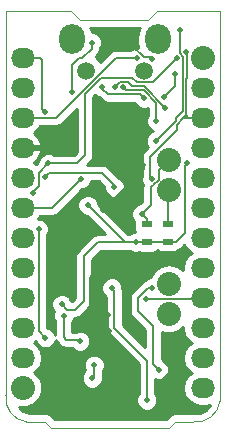
<source format=gbl>
G04 #@! TF.FileFunction,Copper,L2,Bot,Signal*
%FSLAX46Y46*%
G04 Gerber Fmt 4.6, Leading zero omitted, Abs format (unit mm)*
G04 Created by KiCad (PCBNEW 4.0.1-stable) date 29-Sep-16 12:15:53 PM*
%MOMM*%
G01*
G04 APERTURE LIST*
%ADD10C,0.150000*%
%ADD11C,0.100000*%
%ADD12C,2.032000*%
%ADD13O,2.032000X2.032000*%
%ADD14R,0.900000X0.500000*%
%ADD15C,1.500000*%
%ADD16O,2.200000X2.500000*%
%ADD17O,2.032000X1.727200*%
%ADD18C,0.500000*%
%ADD19C,0.130000*%
%ADD20C,0.161000*%
%ADD21C,0.254000*%
G04 APERTURE END LIST*
D10*
D11*
X169748200Y-123545600D02*
X169748200Y-90500200D01*
X151648400Y-123076200D02*
G75*
G03X153398400Y-125326200I2000000J-250000D01*
G01*
X154923800Y-125326200D02*
X153423800Y-125326200D01*
X155423800Y-125826200D02*
X154923800Y-125326200D01*
X165449200Y-125826200D02*
X155449200Y-125826200D01*
X165974600Y-125326200D02*
X165474600Y-125826200D01*
X167474600Y-125326200D02*
X165974600Y-125326200D01*
X151650700Y-90487500D02*
X151650700Y-123075700D01*
X151648400Y-90500000D02*
X157148400Y-90500000D01*
X157173800Y-90500000D02*
X157923800Y-91250000D01*
X164449200Y-90500000D02*
X163699200Y-91250000D01*
X164439600Y-90500200D02*
X169748200Y-90500200D01*
X163699200Y-91250000D02*
X157949200Y-91250000D01*
X167500000Y-125326200D02*
G75*
G03X169750000Y-123576200I250000J2000000D01*
G01*
D12*
X165455600Y-116154200D03*
D13*
X165455600Y-113614200D03*
D12*
X165455600Y-105689400D03*
D13*
X165455600Y-103149400D03*
D14*
X163550600Y-108597000D03*
X163550600Y-110097000D03*
X165354000Y-108571600D03*
X165354000Y-110071600D03*
D15*
X163300000Y-95575000D03*
D16*
X164500000Y-92925000D03*
D15*
X158450000Y-95575000D03*
D16*
X157250000Y-92925000D03*
D12*
X153050000Y-122425000D03*
D17*
X153050000Y-119885000D03*
X153050000Y-117345000D03*
X153050000Y-114805000D03*
X153050000Y-112265000D03*
X153050000Y-109725000D03*
X153050000Y-107185000D03*
X153050000Y-104645000D03*
X153050000Y-102105000D03*
X153050000Y-99565000D03*
X153050000Y-97025000D03*
X153050000Y-94485000D03*
D12*
X168300000Y-94500000D03*
D17*
X168300000Y-97040000D03*
X168300000Y-99580000D03*
X168300000Y-102120000D03*
X168300000Y-104660000D03*
X168300000Y-107200000D03*
X168300000Y-109740000D03*
X168300000Y-112280000D03*
X168300000Y-114820000D03*
X168300000Y-117360000D03*
X168300000Y-119900000D03*
X168300000Y-122440000D03*
D18*
X157911800Y-118491000D03*
X156540200Y-116306600D03*
X162661600Y-110109000D03*
X158572200Y-106984800D03*
X166979600Y-103428800D03*
X163347400Y-97917000D03*
X159791400Y-96977200D03*
X158953200Y-121615200D03*
X159131000Y-120523000D03*
X156387800Y-115366800D03*
X158800800Y-116408200D03*
X160324800Y-116255800D03*
X160350200Y-117576600D03*
X159588200Y-94335600D03*
X164033200Y-94564200D03*
X161823400Y-111429800D03*
X164998400Y-97840800D03*
X165989000Y-95859600D03*
X157200600Y-115011200D03*
X157556200Y-108254800D03*
X163245800Y-103530400D03*
X159867600Y-107391200D03*
X158343600Y-109067600D03*
X164566600Y-120878600D03*
X164007800Y-113944400D03*
X164007800Y-104775000D03*
X166928800Y-94030800D03*
X160604200Y-113969800D03*
X163576000Y-123469400D03*
X162763200Y-94513400D03*
X164363400Y-101498400D03*
X166420800Y-92125800D03*
X155244800Y-103428800D03*
X153898600Y-105892600D03*
X154406600Y-108991400D03*
X154990800Y-118211600D03*
X166116000Y-94538800D03*
X163474400Y-114935000D03*
X154940000Y-99085400D03*
X154965400Y-104546400D03*
X160832800Y-105435400D03*
X157988000Y-104724200D03*
X163144200Y-107696000D03*
X165150800Y-98729800D03*
X160858200Y-96977200D03*
X164388800Y-99847400D03*
X161518600Y-96977200D03*
X158902400Y-93218000D03*
X157276800Y-97409000D03*
D19*
X157911800Y-118491000D02*
X157784800Y-118364000D01*
X157784800Y-118364000D02*
X156743400Y-118364000D01*
X156743400Y-118364000D02*
X156540200Y-118160800D01*
X156540200Y-118160800D02*
X156540200Y-116306600D01*
X165328600Y-110097000D02*
X165354000Y-110071600D01*
X163550600Y-110097000D02*
X165328600Y-110097000D01*
X162673600Y-110097000D02*
X163550600Y-110097000D01*
X162661600Y-110109000D02*
X162673600Y-110097000D01*
X161684400Y-110097000D02*
X158572200Y-106984800D01*
X163550600Y-110097000D02*
X161684400Y-110097000D01*
X166979600Y-103428800D02*
X166801800Y-103606600D01*
X166801800Y-103606600D02*
X166801800Y-109321600D01*
X166801800Y-109321600D02*
X166051800Y-110071600D01*
X166051800Y-110071600D02*
X165354000Y-110071600D01*
D20*
X163347400Y-97917000D02*
X162991800Y-97561400D01*
X162991800Y-97561400D02*
X160248600Y-97561400D01*
X160248600Y-97561400D02*
X159791400Y-97104200D01*
X159791400Y-97104200D02*
X159791400Y-96977200D01*
D19*
X158953200Y-121615200D02*
X159131000Y-121437400D01*
X159131000Y-121437400D02*
X159131000Y-120523000D01*
X156387800Y-115366800D02*
X156845000Y-115824000D01*
X156845000Y-115824000D02*
X157505400Y-115824000D01*
X157505400Y-115824000D02*
X158216600Y-115112800D01*
X158216600Y-115112800D02*
X158216600Y-111302800D01*
X158216600Y-111302800D02*
X159410400Y-110109000D01*
X159410400Y-110109000D02*
X162661600Y-110109000D01*
X158800800Y-116408200D02*
X158953200Y-116255800D01*
X158953200Y-116255800D02*
X160324800Y-116255800D01*
X160350200Y-117576600D02*
X160324800Y-117551200D01*
X160324800Y-117551200D02*
X160324800Y-116255800D01*
X159588200Y-94335600D02*
X159588200Y-93599000D01*
X159588200Y-93599000D02*
X159740600Y-93446600D01*
X159740600Y-93446600D02*
X162331400Y-93446600D01*
X162331400Y-93446600D02*
X163322000Y-94437200D01*
X163322000Y-94437200D02*
X163906200Y-94437200D01*
X163906200Y-94437200D02*
X164033200Y-94564200D01*
X158800800Y-113080800D02*
X158800800Y-116408200D01*
X160528000Y-111353600D02*
X158800800Y-113080800D01*
X161747200Y-111353600D02*
X160528000Y-111353600D01*
X161823400Y-111429800D02*
X161747200Y-111353600D01*
X164998400Y-97840800D02*
X165989000Y-96850200D01*
X165989000Y-96850200D02*
X165989000Y-95859600D01*
X157200600Y-115011200D02*
X157556200Y-114655600D01*
X157556200Y-114655600D02*
X157556200Y-108254800D01*
X163245800Y-103530400D02*
X163347400Y-103632000D01*
X163347400Y-103632000D02*
X163347400Y-103886000D01*
X163347400Y-103886000D02*
X159867600Y-107365800D01*
X159867600Y-107365800D02*
X159867600Y-107391200D01*
X158343600Y-109067600D02*
X157556200Y-108280200D01*
X157556200Y-108280200D02*
X157556200Y-108254800D01*
X164566600Y-120878600D02*
X164134800Y-120446800D01*
X164134800Y-120446800D02*
X164134800Y-117221000D01*
X164134800Y-117221000D02*
X162814000Y-115900200D01*
X162814000Y-115900200D02*
X162814000Y-114782600D01*
X162814000Y-114782600D02*
X163652200Y-113944400D01*
X163652200Y-113944400D02*
X164007800Y-113944400D01*
X167030400Y-99580000D02*
X168300000Y-99580000D01*
X166852600Y-99580000D02*
X167030400Y-99580000D01*
X166662800Y-99580000D02*
X166852600Y-99580000D01*
X166090600Y-100152200D02*
X166662800Y-99580000D01*
X166090600Y-100634800D02*
X166090600Y-100152200D01*
X163830000Y-102895400D02*
X166090600Y-100634800D01*
X163830000Y-104597200D02*
X163830000Y-102895400D01*
X164007800Y-104775000D02*
X163830000Y-104597200D01*
X166903400Y-99390200D02*
X166903400Y-99580000D01*
X166903400Y-99618800D02*
X166864600Y-99580000D01*
X166852600Y-99593400D02*
X166852600Y-99580000D01*
X166864600Y-99581400D02*
X166852600Y-99593400D01*
X166864600Y-99580000D02*
X166864600Y-99581400D01*
X166903400Y-99580000D02*
X166903400Y-99618800D01*
X166903400Y-96266000D02*
X166903400Y-99390200D01*
X167005000Y-96164400D02*
X166903400Y-96266000D01*
X167005000Y-94107000D02*
X167005000Y-96164400D01*
X166928800Y-94030800D02*
X167005000Y-94107000D01*
X166903400Y-99339400D02*
X166903400Y-99390200D01*
X166878000Y-99364800D02*
X166903400Y-99339400D01*
X166662800Y-99580000D02*
X166878000Y-99364800D01*
X167093200Y-99580000D02*
X167042400Y-99580000D01*
X167042400Y-99580000D02*
X167030400Y-99568000D01*
X167030400Y-99568000D02*
X167030400Y-99580000D01*
X166878000Y-99364800D02*
X167093200Y-99580000D01*
X160604200Y-113969800D02*
X160832800Y-114198400D01*
X160832800Y-114198400D02*
X160832800Y-117398800D01*
X160832800Y-117398800D02*
X163576000Y-120142000D01*
X163576000Y-120142000D02*
X163576000Y-123469400D01*
X154943000Y-99565000D02*
X154946000Y-99568000D01*
X154946000Y-99568000D02*
X155879800Y-99568000D01*
X155879800Y-99568000D02*
X160934400Y-94513400D01*
X160934400Y-94513400D02*
X162763200Y-94513400D01*
X153050000Y-99565000D02*
X154943000Y-99565000D01*
X164363400Y-101498400D02*
X166065200Y-99796600D01*
X166065200Y-99796600D02*
X166065200Y-99542600D01*
X166065200Y-99542600D02*
X166598600Y-99009200D01*
X166598600Y-99009200D02*
X166598600Y-97332800D01*
X166598600Y-97332800D02*
X166649400Y-97282000D01*
X166649400Y-97282000D02*
X166649400Y-94386400D01*
X166649400Y-94386400D02*
X166370000Y-94107000D01*
X166370000Y-94107000D02*
X166370000Y-92176600D01*
X166370000Y-92176600D02*
X166420800Y-92125800D01*
X155244800Y-103428800D02*
X154406600Y-104267000D01*
X154406600Y-104267000D02*
X154406600Y-105359200D01*
X154406600Y-105359200D02*
X153898600Y-105867200D01*
X153898600Y-105867200D02*
X153898600Y-105892600D01*
X154406600Y-108991400D02*
X154432000Y-109016800D01*
X154432000Y-109016800D02*
X154432000Y-117652800D01*
X154432000Y-117652800D02*
X154990800Y-118211600D01*
X166116000Y-94538800D02*
X164084000Y-96570800D01*
X164084000Y-96570800D02*
X162737800Y-96570800D01*
X162737800Y-96570800D02*
X162331400Y-96164400D01*
X162331400Y-96164400D02*
X159715200Y-96164400D01*
X159715200Y-96164400D02*
X158343600Y-97536000D01*
X158343600Y-97536000D02*
X158343600Y-102743000D01*
X158343600Y-102743000D02*
X157657800Y-103428800D01*
X157657800Y-103428800D02*
X155244800Y-103428800D01*
D20*
X168235800Y-114884200D02*
X168300000Y-114820000D01*
X163474400Y-114935000D02*
X163525200Y-114884200D01*
X163525200Y-114884200D02*
X168235800Y-114884200D01*
D19*
X154505200Y-94485000D02*
X154686000Y-94665800D01*
X154686000Y-94665800D02*
X154686000Y-98831400D01*
X154686000Y-98831400D02*
X154940000Y-99085400D01*
X153050000Y-94485000D02*
X154505200Y-94485000D01*
D20*
X154965400Y-104546400D02*
X155270200Y-104241600D01*
X155270200Y-104241600D02*
X159791400Y-104241600D01*
X159791400Y-104241600D02*
X160832800Y-105283000D01*
X160832800Y-105283000D02*
X160832800Y-105435400D01*
D19*
X155527200Y-107185000D02*
X153050000Y-107185000D01*
X157988000Y-104724200D02*
X155527200Y-107185000D01*
X165354000Y-105791000D02*
X165455600Y-105689400D01*
X165354000Y-108571600D02*
X165354000Y-105791000D01*
X164592000Y-104013000D02*
X165455600Y-103149400D01*
X164592000Y-104800400D02*
X164592000Y-104013000D01*
X164134800Y-105257600D02*
X164592000Y-104800400D01*
X164109400Y-105257600D02*
X164134800Y-105257600D01*
X163906200Y-105460800D02*
X164109400Y-105257600D01*
X163906200Y-106934000D02*
X163906200Y-105460800D01*
X163144200Y-107696000D02*
X163906200Y-106934000D01*
X163550600Y-108102400D02*
X163144200Y-107696000D01*
X163550600Y-108597000D02*
X163550600Y-108102400D01*
X165150800Y-98729800D02*
X163347400Y-96875600D01*
X163347400Y-96875600D02*
X162331400Y-96875600D01*
X162331400Y-96875600D02*
X161975800Y-96520000D01*
X161975800Y-96520000D02*
X161315400Y-96520000D01*
X161315400Y-96520000D02*
X160858200Y-96977200D01*
X164388800Y-99847400D02*
X164363400Y-99822000D01*
X164363400Y-99822000D02*
X164363400Y-98272600D01*
X164363400Y-98272600D02*
X163322000Y-97231200D01*
X163322000Y-97231200D02*
X161772600Y-97231200D01*
X161772600Y-97231200D02*
X161518600Y-96977200D01*
X158902400Y-93218000D02*
X158902400Y-93751400D01*
X158902400Y-93751400D02*
X158115000Y-94538800D01*
X158115000Y-94538800D02*
X157810200Y-94538800D01*
X157810200Y-94538800D02*
X157276800Y-95072200D01*
X157276800Y-95072200D02*
X157276800Y-97409000D01*
D21*
G36*
X167055585Y-110799670D02*
X167370366Y-111010000D01*
X167055585Y-111220330D01*
X166730729Y-111706511D01*
X166616655Y-112280000D01*
X166648976Y-112442489D01*
X166119755Y-112088875D01*
X165487945Y-111963200D01*
X165423255Y-111963200D01*
X164791445Y-112088875D01*
X164255822Y-112446767D01*
X163897930Y-112982390D01*
X163882633Y-113059291D01*
X163832535Y-113059247D01*
X163507143Y-113193696D01*
X163407615Y-113293051D01*
X163384321Y-113297684D01*
X163157225Y-113449425D01*
X162319025Y-114287625D01*
X162167284Y-114514721D01*
X162138150Y-114661190D01*
X162114000Y-114782600D01*
X162114000Y-115900200D01*
X162167284Y-116168079D01*
X162319025Y-116395175D01*
X163434800Y-117510950D01*
X163434800Y-119010851D01*
X161532800Y-117108850D01*
X161532800Y-114198400D01*
X161489192Y-113979167D01*
X161489353Y-113794535D01*
X161354904Y-113469143D01*
X161106167Y-113219971D01*
X160781010Y-113084954D01*
X160428935Y-113084647D01*
X160103543Y-113219096D01*
X159854371Y-113467833D01*
X159719354Y-113792990D01*
X159719047Y-114145065D01*
X159853496Y-114470457D01*
X160102233Y-114719629D01*
X160132800Y-114732322D01*
X160132800Y-117398800D01*
X160186084Y-117666679D01*
X160337825Y-117893775D01*
X162876000Y-120431949D01*
X162876000Y-122917691D01*
X162826171Y-122967433D01*
X162691154Y-123292590D01*
X162690847Y-123644665D01*
X162825296Y-123970057D01*
X163074033Y-124219229D01*
X163399190Y-124354246D01*
X163751265Y-124354553D01*
X164076657Y-124220104D01*
X164325829Y-123971367D01*
X164460846Y-123646210D01*
X164461153Y-123294135D01*
X164326704Y-122968743D01*
X164276000Y-122917950D01*
X164276000Y-121716196D01*
X164389790Y-121763446D01*
X164741865Y-121763753D01*
X165067257Y-121629304D01*
X165316429Y-121380567D01*
X165451446Y-121055410D01*
X165451753Y-120703335D01*
X165317304Y-120377943D01*
X165068567Y-120128771D01*
X164834800Y-120031702D01*
X164834800Y-117684098D01*
X165125755Y-117804913D01*
X165782563Y-117805486D01*
X166389595Y-117554666D01*
X166624597Y-117320074D01*
X166616655Y-117360000D01*
X166730729Y-117933489D01*
X167055585Y-118419670D01*
X167370366Y-118630000D01*
X167055585Y-118840330D01*
X166730729Y-119326511D01*
X166616655Y-119900000D01*
X166730729Y-120473489D01*
X167055585Y-120959670D01*
X167370366Y-121170000D01*
X167055585Y-121380330D01*
X166730729Y-121866511D01*
X166616655Y-122440000D01*
X166730729Y-123013489D01*
X167055585Y-123499670D01*
X167541766Y-123824526D01*
X168115255Y-123938600D01*
X168484745Y-123938600D01*
X168910648Y-123853883D01*
X168894967Y-123901092D01*
X168558649Y-124289690D01*
X168099222Y-124520005D01*
X167475324Y-124565000D01*
X166000000Y-124565000D01*
X165737862Y-124617143D01*
X165515632Y-124765632D01*
X165216264Y-125065000D01*
X155783736Y-125065000D01*
X155484368Y-124765632D01*
X155262138Y-124617143D01*
X155000000Y-124565000D01*
X153610792Y-124565000D01*
X153098908Y-124394967D01*
X152730036Y-124075722D01*
X153376963Y-124076286D01*
X153983995Y-123825466D01*
X154448834Y-123361437D01*
X154700713Y-122754845D01*
X154701286Y-122098037D01*
X154574201Y-121790465D01*
X158068047Y-121790465D01*
X158202496Y-122115857D01*
X158451233Y-122365029D01*
X158776390Y-122500046D01*
X159128465Y-122500353D01*
X159453857Y-122365904D01*
X159703029Y-122117167D01*
X159838046Y-121792010D01*
X159838353Y-121439935D01*
X159831000Y-121422139D01*
X159831000Y-121074709D01*
X159880829Y-121024967D01*
X160015846Y-120699810D01*
X160016153Y-120347735D01*
X159881704Y-120022343D01*
X159632967Y-119773171D01*
X159307810Y-119638154D01*
X158955735Y-119637847D01*
X158630343Y-119772296D01*
X158381171Y-120021033D01*
X158246154Y-120346190D01*
X158245847Y-120698265D01*
X158354834Y-120962034D01*
X158203371Y-121113233D01*
X158068354Y-121438390D01*
X158068047Y-121790465D01*
X154574201Y-121790465D01*
X154450466Y-121491005D01*
X154060865Y-121100724D01*
X154294415Y-120944670D01*
X154619271Y-120458489D01*
X154733345Y-119885000D01*
X154619271Y-119311511D01*
X154294415Y-118825330D01*
X153979634Y-118615000D01*
X154152253Y-118499660D01*
X154240096Y-118712257D01*
X154488833Y-118961429D01*
X154813990Y-119096446D01*
X155166065Y-119096753D01*
X155491457Y-118962304D01*
X155740629Y-118713567D01*
X155875646Y-118388410D01*
X155875689Y-118339216D01*
X155893484Y-118428679D01*
X156045225Y-118655775D01*
X156248425Y-118858975D01*
X156475522Y-119010716D01*
X156743400Y-119064000D01*
X157233313Y-119064000D01*
X157409833Y-119240829D01*
X157734990Y-119375846D01*
X158087065Y-119376153D01*
X158412457Y-119241704D01*
X158661629Y-118992967D01*
X158796646Y-118667810D01*
X158796953Y-118315735D01*
X158662504Y-117990343D01*
X158413767Y-117741171D01*
X158088610Y-117606154D01*
X157736535Y-117605847D01*
X157595794Y-117664000D01*
X157240200Y-117664000D01*
X157240200Y-116858309D01*
X157290029Y-116808567D01*
X157408192Y-116524000D01*
X157505400Y-116524000D01*
X157773279Y-116470716D01*
X158000375Y-116318975D01*
X158711575Y-115607775D01*
X158863316Y-115380679D01*
X158916601Y-115112800D01*
X158916600Y-115112795D01*
X158916600Y-111592750D01*
X159700350Y-110809000D01*
X162109891Y-110809000D01*
X162159633Y-110858829D01*
X162484790Y-110993846D01*
X162836865Y-110994153D01*
X162923142Y-110958504D01*
X163100600Y-110994440D01*
X164000600Y-110994440D01*
X164235917Y-110950162D01*
X164452041Y-110811090D01*
X164461668Y-110797000D01*
X164474975Y-110797000D01*
X164652110Y-110918031D01*
X164904000Y-110969040D01*
X165804000Y-110969040D01*
X166039317Y-110924762D01*
X166255441Y-110785690D01*
X166298613Y-110722506D01*
X166319679Y-110718316D01*
X166546775Y-110566575D01*
X166758419Y-110354931D01*
X167055585Y-110799670D01*
X167055585Y-110799670D01*
G37*
X167055585Y-110799670D02*
X167370366Y-111010000D01*
X167055585Y-111220330D01*
X166730729Y-111706511D01*
X166616655Y-112280000D01*
X166648976Y-112442489D01*
X166119755Y-112088875D01*
X165487945Y-111963200D01*
X165423255Y-111963200D01*
X164791445Y-112088875D01*
X164255822Y-112446767D01*
X163897930Y-112982390D01*
X163882633Y-113059291D01*
X163832535Y-113059247D01*
X163507143Y-113193696D01*
X163407615Y-113293051D01*
X163384321Y-113297684D01*
X163157225Y-113449425D01*
X162319025Y-114287625D01*
X162167284Y-114514721D01*
X162138150Y-114661190D01*
X162114000Y-114782600D01*
X162114000Y-115900200D01*
X162167284Y-116168079D01*
X162319025Y-116395175D01*
X163434800Y-117510950D01*
X163434800Y-119010851D01*
X161532800Y-117108850D01*
X161532800Y-114198400D01*
X161489192Y-113979167D01*
X161489353Y-113794535D01*
X161354904Y-113469143D01*
X161106167Y-113219971D01*
X160781010Y-113084954D01*
X160428935Y-113084647D01*
X160103543Y-113219096D01*
X159854371Y-113467833D01*
X159719354Y-113792990D01*
X159719047Y-114145065D01*
X159853496Y-114470457D01*
X160102233Y-114719629D01*
X160132800Y-114732322D01*
X160132800Y-117398800D01*
X160186084Y-117666679D01*
X160337825Y-117893775D01*
X162876000Y-120431949D01*
X162876000Y-122917691D01*
X162826171Y-122967433D01*
X162691154Y-123292590D01*
X162690847Y-123644665D01*
X162825296Y-123970057D01*
X163074033Y-124219229D01*
X163399190Y-124354246D01*
X163751265Y-124354553D01*
X164076657Y-124220104D01*
X164325829Y-123971367D01*
X164460846Y-123646210D01*
X164461153Y-123294135D01*
X164326704Y-122968743D01*
X164276000Y-122917950D01*
X164276000Y-121716196D01*
X164389790Y-121763446D01*
X164741865Y-121763753D01*
X165067257Y-121629304D01*
X165316429Y-121380567D01*
X165451446Y-121055410D01*
X165451753Y-120703335D01*
X165317304Y-120377943D01*
X165068567Y-120128771D01*
X164834800Y-120031702D01*
X164834800Y-117684098D01*
X165125755Y-117804913D01*
X165782563Y-117805486D01*
X166389595Y-117554666D01*
X166624597Y-117320074D01*
X166616655Y-117360000D01*
X166730729Y-117933489D01*
X167055585Y-118419670D01*
X167370366Y-118630000D01*
X167055585Y-118840330D01*
X166730729Y-119326511D01*
X166616655Y-119900000D01*
X166730729Y-120473489D01*
X167055585Y-120959670D01*
X167370366Y-121170000D01*
X167055585Y-121380330D01*
X166730729Y-121866511D01*
X166616655Y-122440000D01*
X166730729Y-123013489D01*
X167055585Y-123499670D01*
X167541766Y-123824526D01*
X168115255Y-123938600D01*
X168484745Y-123938600D01*
X168910648Y-123853883D01*
X168894967Y-123901092D01*
X168558649Y-124289690D01*
X168099222Y-124520005D01*
X167475324Y-124565000D01*
X166000000Y-124565000D01*
X165737862Y-124617143D01*
X165515632Y-124765632D01*
X165216264Y-125065000D01*
X155783736Y-125065000D01*
X155484368Y-124765632D01*
X155262138Y-124617143D01*
X155000000Y-124565000D01*
X153610792Y-124565000D01*
X153098908Y-124394967D01*
X152730036Y-124075722D01*
X153376963Y-124076286D01*
X153983995Y-123825466D01*
X154448834Y-123361437D01*
X154700713Y-122754845D01*
X154701286Y-122098037D01*
X154574201Y-121790465D01*
X158068047Y-121790465D01*
X158202496Y-122115857D01*
X158451233Y-122365029D01*
X158776390Y-122500046D01*
X159128465Y-122500353D01*
X159453857Y-122365904D01*
X159703029Y-122117167D01*
X159838046Y-121792010D01*
X159838353Y-121439935D01*
X159831000Y-121422139D01*
X159831000Y-121074709D01*
X159880829Y-121024967D01*
X160015846Y-120699810D01*
X160016153Y-120347735D01*
X159881704Y-120022343D01*
X159632967Y-119773171D01*
X159307810Y-119638154D01*
X158955735Y-119637847D01*
X158630343Y-119772296D01*
X158381171Y-120021033D01*
X158246154Y-120346190D01*
X158245847Y-120698265D01*
X158354834Y-120962034D01*
X158203371Y-121113233D01*
X158068354Y-121438390D01*
X158068047Y-121790465D01*
X154574201Y-121790465D01*
X154450466Y-121491005D01*
X154060865Y-121100724D01*
X154294415Y-120944670D01*
X154619271Y-120458489D01*
X154733345Y-119885000D01*
X154619271Y-119311511D01*
X154294415Y-118825330D01*
X153979634Y-118615000D01*
X154152253Y-118499660D01*
X154240096Y-118712257D01*
X154488833Y-118961429D01*
X154813990Y-119096446D01*
X155166065Y-119096753D01*
X155491457Y-118962304D01*
X155740629Y-118713567D01*
X155875646Y-118388410D01*
X155875689Y-118339216D01*
X155893484Y-118428679D01*
X156045225Y-118655775D01*
X156248425Y-118858975D01*
X156475522Y-119010716D01*
X156743400Y-119064000D01*
X157233313Y-119064000D01*
X157409833Y-119240829D01*
X157734990Y-119375846D01*
X158087065Y-119376153D01*
X158412457Y-119241704D01*
X158661629Y-118992967D01*
X158796646Y-118667810D01*
X158796953Y-118315735D01*
X158662504Y-117990343D01*
X158413767Y-117741171D01*
X158088610Y-117606154D01*
X157736535Y-117605847D01*
X157595794Y-117664000D01*
X157240200Y-117664000D01*
X157240200Y-116858309D01*
X157290029Y-116808567D01*
X157408192Y-116524000D01*
X157505400Y-116524000D01*
X157773279Y-116470716D01*
X158000375Y-116318975D01*
X158711575Y-115607775D01*
X158863316Y-115380679D01*
X158916601Y-115112800D01*
X158916600Y-115112795D01*
X158916600Y-111592750D01*
X159700350Y-110809000D01*
X162109891Y-110809000D01*
X162159633Y-110858829D01*
X162484790Y-110993846D01*
X162836865Y-110994153D01*
X162923142Y-110958504D01*
X163100600Y-110994440D01*
X164000600Y-110994440D01*
X164235917Y-110950162D01*
X164452041Y-110811090D01*
X164461668Y-110797000D01*
X164474975Y-110797000D01*
X164652110Y-110918031D01*
X164904000Y-110969040D01*
X165804000Y-110969040D01*
X166039317Y-110924762D01*
X166255441Y-110785690D01*
X166298613Y-110722506D01*
X166319679Y-110718316D01*
X166546775Y-110566575D01*
X166758419Y-110354931D01*
X167055585Y-110799670D01*
G36*
X159289433Y-97727029D02*
X159482547Y-97807217D01*
X159742665Y-98067335D01*
X159974790Y-98222436D01*
X160248600Y-98276900D01*
X162538536Y-98276900D01*
X162596696Y-98417657D01*
X162845433Y-98666829D01*
X163170590Y-98801846D01*
X163522665Y-98802153D01*
X163663400Y-98744003D01*
X163663400Y-99321047D01*
X163638971Y-99345433D01*
X163503954Y-99670590D01*
X163503647Y-100022665D01*
X163638096Y-100348057D01*
X163886833Y-100597229D01*
X164056447Y-100667659D01*
X163862743Y-100747696D01*
X163613571Y-100996433D01*
X163478554Y-101321590D01*
X163478247Y-101673665D01*
X163612696Y-101999057D01*
X163674490Y-102060960D01*
X163335025Y-102400425D01*
X163183284Y-102627521D01*
X163183284Y-102627522D01*
X163130000Y-102895400D01*
X163130000Y-104581221D01*
X163122954Y-104598190D01*
X163122647Y-104950265D01*
X163247599Y-105252672D01*
X163223819Y-105372225D01*
X163206200Y-105460800D01*
X163206200Y-106644050D01*
X163039342Y-106810908D01*
X162968935Y-106810847D01*
X162643543Y-106945296D01*
X162394371Y-107194033D01*
X162259354Y-107519190D01*
X162259047Y-107871265D01*
X162393496Y-108196657D01*
X162468409Y-108271701D01*
X162453160Y-108347000D01*
X162453160Y-108847000D01*
X162497438Y-109082317D01*
X162588567Y-109223936D01*
X162486335Y-109223847D01*
X162160943Y-109358296D01*
X162122171Y-109397000D01*
X161974349Y-109397000D01*
X159457292Y-106879942D01*
X159457353Y-106809535D01*
X159322904Y-106484143D01*
X159074167Y-106234971D01*
X158749010Y-106099954D01*
X158396935Y-106099647D01*
X158071543Y-106234096D01*
X157822371Y-106482833D01*
X157687354Y-106807990D01*
X157687047Y-107160065D01*
X157821496Y-107485457D01*
X158070233Y-107734629D01*
X158395390Y-107869646D01*
X158467159Y-107869709D01*
X160006451Y-109409000D01*
X159410400Y-109409000D01*
X159142521Y-109462284D01*
X158915425Y-109614025D01*
X157721625Y-110807825D01*
X157569884Y-111034921D01*
X157569884Y-111034922D01*
X157516600Y-111302800D01*
X157516600Y-114822850D01*
X157236394Y-115103056D01*
X157138504Y-114866143D01*
X156889767Y-114616971D01*
X156564610Y-114481954D01*
X156212535Y-114481647D01*
X155887143Y-114616096D01*
X155637971Y-114864833D01*
X155502954Y-115189990D01*
X155502647Y-115542065D01*
X155637096Y-115867457D01*
X155726921Y-115957439D01*
X155655354Y-116129790D01*
X155655047Y-116481865D01*
X155789496Y-116807257D01*
X155840200Y-116858050D01*
X155840200Y-117949806D01*
X155741504Y-117710943D01*
X155492767Y-117461771D01*
X155167610Y-117326754D01*
X155132000Y-117326723D01*
X155132000Y-109517753D01*
X155156429Y-109493367D01*
X155291446Y-109168210D01*
X155291753Y-108816135D01*
X155157304Y-108490743D01*
X154908567Y-108241571D01*
X154583410Y-108106554D01*
X154386816Y-108106383D01*
X154534739Y-107885000D01*
X155527200Y-107885000D01*
X155795079Y-107831716D01*
X156022175Y-107679975D01*
X158092858Y-105609292D01*
X158163265Y-105609353D01*
X158488657Y-105474904D01*
X158737829Y-105226167D01*
X158849555Y-104957100D01*
X159495030Y-104957100D01*
X159947822Y-105409892D01*
X159947647Y-105610665D01*
X160082096Y-105936057D01*
X160330833Y-106185229D01*
X160655990Y-106320246D01*
X161008065Y-106320553D01*
X161333457Y-106186104D01*
X161582629Y-105937367D01*
X161717646Y-105612210D01*
X161717953Y-105260135D01*
X161583504Y-104934743D01*
X161334767Y-104685571D01*
X161185089Y-104623419D01*
X160297335Y-103735665D01*
X160065210Y-103580564D01*
X159791400Y-103526100D01*
X158550450Y-103526100D01*
X158838575Y-103237975D01*
X158990316Y-103010879D01*
X159043601Y-102743000D01*
X159043600Y-102742995D01*
X159043600Y-97825950D01*
X159216041Y-97653509D01*
X159289433Y-97727029D01*
X159289433Y-97727029D01*
G37*
X159289433Y-97727029D02*
X159482547Y-97807217D01*
X159742665Y-98067335D01*
X159974790Y-98222436D01*
X160248600Y-98276900D01*
X162538536Y-98276900D01*
X162596696Y-98417657D01*
X162845433Y-98666829D01*
X163170590Y-98801846D01*
X163522665Y-98802153D01*
X163663400Y-98744003D01*
X163663400Y-99321047D01*
X163638971Y-99345433D01*
X163503954Y-99670590D01*
X163503647Y-100022665D01*
X163638096Y-100348057D01*
X163886833Y-100597229D01*
X164056447Y-100667659D01*
X163862743Y-100747696D01*
X163613571Y-100996433D01*
X163478554Y-101321590D01*
X163478247Y-101673665D01*
X163612696Y-101999057D01*
X163674490Y-102060960D01*
X163335025Y-102400425D01*
X163183284Y-102627521D01*
X163183284Y-102627522D01*
X163130000Y-102895400D01*
X163130000Y-104581221D01*
X163122954Y-104598190D01*
X163122647Y-104950265D01*
X163247599Y-105252672D01*
X163223819Y-105372225D01*
X163206200Y-105460800D01*
X163206200Y-106644050D01*
X163039342Y-106810908D01*
X162968935Y-106810847D01*
X162643543Y-106945296D01*
X162394371Y-107194033D01*
X162259354Y-107519190D01*
X162259047Y-107871265D01*
X162393496Y-108196657D01*
X162468409Y-108271701D01*
X162453160Y-108347000D01*
X162453160Y-108847000D01*
X162497438Y-109082317D01*
X162588567Y-109223936D01*
X162486335Y-109223847D01*
X162160943Y-109358296D01*
X162122171Y-109397000D01*
X161974349Y-109397000D01*
X159457292Y-106879942D01*
X159457353Y-106809535D01*
X159322904Y-106484143D01*
X159074167Y-106234971D01*
X158749010Y-106099954D01*
X158396935Y-106099647D01*
X158071543Y-106234096D01*
X157822371Y-106482833D01*
X157687354Y-106807990D01*
X157687047Y-107160065D01*
X157821496Y-107485457D01*
X158070233Y-107734629D01*
X158395390Y-107869646D01*
X158467159Y-107869709D01*
X160006451Y-109409000D01*
X159410400Y-109409000D01*
X159142521Y-109462284D01*
X158915425Y-109614025D01*
X157721625Y-110807825D01*
X157569884Y-111034921D01*
X157569884Y-111034922D01*
X157516600Y-111302800D01*
X157516600Y-114822850D01*
X157236394Y-115103056D01*
X157138504Y-114866143D01*
X156889767Y-114616971D01*
X156564610Y-114481954D01*
X156212535Y-114481647D01*
X155887143Y-114616096D01*
X155637971Y-114864833D01*
X155502954Y-115189990D01*
X155502647Y-115542065D01*
X155637096Y-115867457D01*
X155726921Y-115957439D01*
X155655354Y-116129790D01*
X155655047Y-116481865D01*
X155789496Y-116807257D01*
X155840200Y-116858050D01*
X155840200Y-117949806D01*
X155741504Y-117710943D01*
X155492767Y-117461771D01*
X155167610Y-117326754D01*
X155132000Y-117326723D01*
X155132000Y-109517753D01*
X155156429Y-109493367D01*
X155291446Y-109168210D01*
X155291753Y-108816135D01*
X155157304Y-108490743D01*
X154908567Y-108241571D01*
X154583410Y-108106554D01*
X154386816Y-108106383D01*
X154534739Y-107885000D01*
X155527200Y-107885000D01*
X155795079Y-107831716D01*
X156022175Y-107679975D01*
X158092858Y-105609292D01*
X158163265Y-105609353D01*
X158488657Y-105474904D01*
X158737829Y-105226167D01*
X158849555Y-104957100D01*
X159495030Y-104957100D01*
X159947822Y-105409892D01*
X159947647Y-105610665D01*
X160082096Y-105936057D01*
X160330833Y-106185229D01*
X160655990Y-106320246D01*
X161008065Y-106320553D01*
X161333457Y-106186104D01*
X161582629Y-105937367D01*
X161717646Y-105612210D01*
X161717953Y-105260135D01*
X161583504Y-104934743D01*
X161334767Y-104685571D01*
X161185089Y-104623419D01*
X160297335Y-103735665D01*
X160065210Y-103580564D01*
X159791400Y-103526100D01*
X158550450Y-103526100D01*
X158838575Y-103237975D01*
X158990316Y-103010879D01*
X159043601Y-102743000D01*
X159043600Y-102742995D01*
X159043600Y-97825950D01*
X159216041Y-97653509D01*
X159289433Y-97727029D01*
G36*
X157643600Y-102453050D02*
X157367850Y-102728800D01*
X155796509Y-102728800D01*
X155746767Y-102678971D01*
X155421610Y-102543954D01*
X155069535Y-102543647D01*
X154744143Y-102678096D01*
X154494971Y-102926833D01*
X154359954Y-103251990D01*
X154359891Y-103323759D01*
X154176865Y-103506785D01*
X153984931Y-103378539D01*
X154400732Y-103007036D01*
X154654709Y-102479791D01*
X154657358Y-102464026D01*
X154536217Y-102232000D01*
X153177000Y-102232000D01*
X153177000Y-102252000D01*
X152923000Y-102252000D01*
X152923000Y-102232000D01*
X152903000Y-102232000D01*
X152903000Y-101978000D01*
X152923000Y-101978000D01*
X152923000Y-101958000D01*
X153177000Y-101958000D01*
X153177000Y-101978000D01*
X154536217Y-101978000D01*
X154657358Y-101745974D01*
X154654709Y-101730209D01*
X154400732Y-101202964D01*
X153984931Y-100831461D01*
X154294415Y-100624670D01*
X154534739Y-100265000D01*
X154930913Y-100265000D01*
X154946000Y-100268001D01*
X154946005Y-100268000D01*
X155879800Y-100268000D01*
X156147679Y-100214716D01*
X156374775Y-100062975D01*
X157643600Y-98794150D01*
X157643600Y-102453050D01*
X157643600Y-102453050D01*
G37*
X157643600Y-102453050D02*
X157367850Y-102728800D01*
X155796509Y-102728800D01*
X155746767Y-102678971D01*
X155421610Y-102543954D01*
X155069535Y-102543647D01*
X154744143Y-102678096D01*
X154494971Y-102926833D01*
X154359954Y-103251990D01*
X154359891Y-103323759D01*
X154176865Y-103506785D01*
X153984931Y-103378539D01*
X154400732Y-103007036D01*
X154654709Y-102479791D01*
X154657358Y-102464026D01*
X154536217Y-102232000D01*
X153177000Y-102232000D01*
X153177000Y-102252000D01*
X152923000Y-102252000D01*
X152923000Y-102232000D01*
X152903000Y-102232000D01*
X152903000Y-101978000D01*
X152923000Y-101978000D01*
X152923000Y-101958000D01*
X153177000Y-101958000D01*
X153177000Y-101978000D01*
X154536217Y-101978000D01*
X154657358Y-101745974D01*
X154654709Y-101730209D01*
X154400732Y-101202964D01*
X153984931Y-100831461D01*
X154294415Y-100624670D01*
X154534739Y-100265000D01*
X154930913Y-100265000D01*
X154946000Y-100268001D01*
X154946005Y-100268000D01*
X155879800Y-100268000D01*
X156147679Y-100214716D01*
X156374775Y-100062975D01*
X157643600Y-98794150D01*
X157643600Y-102453050D01*
G36*
X168427000Y-96913000D02*
X168447000Y-96913000D01*
X168447000Y-97167000D01*
X168427000Y-97167000D01*
X168427000Y-97187000D01*
X168173000Y-97187000D01*
X168173000Y-97167000D01*
X168153000Y-97167000D01*
X168153000Y-96913000D01*
X168173000Y-96913000D01*
X168173000Y-96893000D01*
X168427000Y-96893000D01*
X168427000Y-96913000D01*
X168427000Y-96913000D01*
G37*
X168427000Y-96913000D02*
X168447000Y-96913000D01*
X168447000Y-97167000D01*
X168427000Y-97167000D01*
X168427000Y-97187000D01*
X168173000Y-97187000D01*
X168173000Y-97167000D01*
X168153000Y-97167000D01*
X168153000Y-96913000D01*
X168173000Y-96913000D01*
X168173000Y-96893000D01*
X168427000Y-96893000D01*
X168427000Y-96913000D01*
G36*
X162897069Y-92074115D02*
X162765000Y-92738071D01*
X162765000Y-93111929D01*
X162867751Y-93628491D01*
X162587935Y-93628247D01*
X162262543Y-93762696D01*
X162211750Y-93813400D01*
X160934400Y-93813400D01*
X160666521Y-93866684D01*
X160439425Y-94018425D01*
X159636975Y-94820875D01*
X159624831Y-94791485D01*
X159238885Y-94404865D01*
X159397375Y-94246375D01*
X159549116Y-94019279D01*
X159597857Y-93774244D01*
X159652229Y-93719967D01*
X159787246Y-93394810D01*
X159787553Y-93042735D01*
X159653104Y-92717343D01*
X159404367Y-92468171D01*
X159079210Y-92333154D01*
X158904427Y-92333002D01*
X158852931Y-92074115D01*
X158759977Y-91935000D01*
X162990023Y-91935000D01*
X162897069Y-92074115D01*
X162897069Y-92074115D01*
G37*
X162897069Y-92074115D02*
X162765000Y-92738071D01*
X162765000Y-93111929D01*
X162867751Y-93628491D01*
X162587935Y-93628247D01*
X162262543Y-93762696D01*
X162211750Y-93813400D01*
X160934400Y-93813400D01*
X160666521Y-93866684D01*
X160439425Y-94018425D01*
X159636975Y-94820875D01*
X159624831Y-94791485D01*
X159238885Y-94404865D01*
X159397375Y-94246375D01*
X159549116Y-94019279D01*
X159597857Y-93774244D01*
X159652229Y-93719967D01*
X159787246Y-93394810D01*
X159787553Y-93042735D01*
X159653104Y-92717343D01*
X159404367Y-92468171D01*
X159079210Y-92333154D01*
X158904427Y-92333002D01*
X158852931Y-92074115D01*
X158759977Y-91935000D01*
X162990023Y-91935000D01*
X162897069Y-92074115D01*
M02*

</source>
